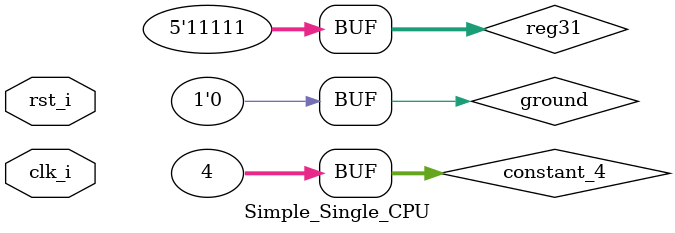
<source format=v>
module Simple_Single_CPU(
        clk_i,
		rst_i
		);
		
//I/O port
input         clk_i;
input         rst_i;

wire [31:0] constant_4;
wire [5-1:0] reg31;
assign constant_4 = 32'd4;
assign reg31 = 5'b11111;
assign ground = 6'b000000;

wire [31:0] pc_in;
wire [31:0] pc_out;
wire [31:0] instruction;


//Decoder Line
wire branch;
wire regWrite;
wire jumpType;
wire mem_Write;
wire mem_Read;
wire ALU_source;
wire [2-1:0] regDst;
wire [2-1:0] mem2Reg;
wire [3-1:0] ALU_op;

//ALU Ctrl Line
wire [4-1:0] ALU_ctrl;
wire jr;

wire zero;
wire Branch;
assign Branch = zero & branch;

//Internal Signles
wire [31:0] next_pc;// pc+4
wire [31:0] branch_addr;
wire [31:0] jump_addr; 
wire [31:0] from_branch_addr;
wire [31:0] signExtend_addr;
wire [31:0] shift_addr;
wire [5-1:0] writeReg;
wire [31:0] rsData;
wire [31:0] rtData;
wire [31:0] wbData; // write back to register
wire [31:0] ALU_src2;
wire [31:0] ALU_result;
wire [31:0] memData;
//Greate componentes
ProgramCounter PC(
        .clk_i(clk_i),      
	    .rst_i (rst_i),     
	    .pc_in_i(pc_in) ,   
	    .pc_out_o(pc_out) 
	    );
	
Adder Adder1(
        .src1_i(pc_out),     
	    .src2_i(constant_4),     
	    .sum_o(next_pc)    
	    );
	
Instr_Memory IM(
        .pc_addr_i(pc_out),  
	    .instr_o(instruction)    
	    );

MUX_3to1 #(.size(5)) Mux_Write_Reg(
        .data0_i(instruction[20:16]),
        .data1_i(instruction[15:11]),
		.data2_i(reg31),
        .select_i(regDst),
        .data_o(writeReg)
        );	
		
Reg_File Registers(
        .clk_i(clk_i),      
	    .rst_i(rst_i) ,     
        .RSaddr_i(instruction[25:21]) ,  
        .RTaddr_i(instruction[20:16]) ,  
        .RDaddr_i(writeReg) ,  
        .RDdata_i(wbData)  , 
        .RegWrite_i (regWrite),
        .RSdata_o(rsData) ,  
        .RTdata_o(rtData)   
        );
	
Decoder Decoder(
        .instr_op_i(instruction[31:26]), 
	    .RegWrite_o(regWrite), 
	    .ALU_op_o(ALU_op),   
	    .ALUSrc_o(ALU_source),   
	    .RegDst_o(regDst),   
		.Branch_o(branch),
		.JumpType(jumpType),
		.MEM_Write(mem_Write),
		.MEM_Read(mem_Read),
		.MEM2Reg(mem2Reg)
	    );

ALU_Ctrl AC(
        .funct_i(instruction[5:0]),   
        .ALUOp_i(ALU_op),   
        .ALUCtrl_o(ALU_ctrl),
		.Jr_o(jr)
        );
	
Sign_Extend SE(
        .data_i(instruction[15:0]),
        .data_o(signExtend_addr)
        );

MUX_2to1 #(.size(32)) Mux_ALUSrc(
        .data0_i(rtData),
        .data1_i(signExtend_addr),
        .select_i(ALU_source),
        .data_o(ALU_src2)
        );	
		
ALU ALU(
        .src1_i(rsData),
	    .src2_i(ALU_src2),
	    .ctrl_i(ALU_ctrl),
	    .result_o(ALU_result),
		.zero_o(zero)
	    );
	
Data_Memory Data_Memory(
	.clk_i(clk_i),
	.addr_i(ALU_result),
	.data_i(rtData),
	.MemRead_i(mem_Read),
	.MemWrite_i(mem_Write),
	.data_o(memData)
	);

MUX_3to1 #(.size(32)) Mux_Write_Data_Src(
	.data0_i(ALU_result),
	.data1_i(memData),
	.data2_i(next_pc),
	.select_i(mem2Reg),
	.data_o(wbData)
);

Adder Adder2(
        .src1_i(next_pc),     
	    .src2_i(shift_addr),     
	    .sum_o(branch_addr)      
	    );
		
Shift_Left_Two_32 Shifter_Address(
        .data_i(signExtend_addr),
        .data_o(shift_addr)
        ); 		
		
Shift_Left_Two_32 Shifter_jump(
        .data_i({6'b000000, instruction[25:0]}),
        .data_o(jump_addr)
        ); 

MUX_2to1 #(.size(32)) Branch_Src(
        .data0_i(next_pc),
        .data1_i(branch_addr),
        .select_i(Branch),
        .data_o(from_branch_addr)
        );	

MUX_3to1 #(.size(32)) Mux_PC_Source(
        .data0_i(from_branch_addr),
        .data1_i(jump_addr),
        .data2_i(ALU_result),
        .select_i({Jr, jumpType}),
        .data_o(pc_in)
        );	

endmodule
		  



</source>
